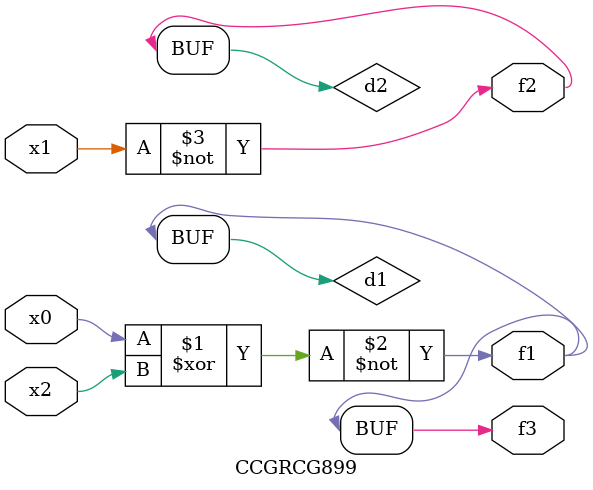
<source format=v>
module CCGRCG899(
	input x0, x1, x2,
	output f1, f2, f3
);

	wire d1, d2, d3;

	xnor (d1, x0, x2);
	nand (d2, x1);
	nor (d3, x1, x2);
	assign f1 = d1;
	assign f2 = d2;
	assign f3 = d1;
endmodule

</source>
